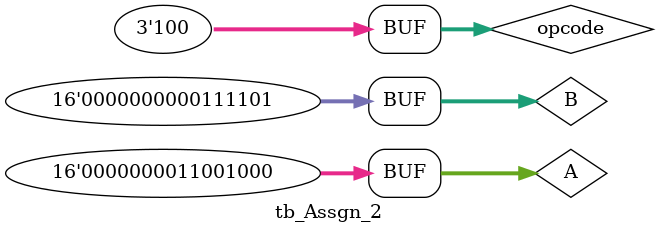
<source format=v>
module tb_Assgn_2();
  wire[15:0] Result;
  reg [15:0] A,B;
  reg [2:0] opcode;
 
  Assgn_2 DUT (Result,opcode,A,B);

  initial 
  begin
  #0A=16'd0; B=16'd0; opcode=3'b000;
  #10A=16'd1; B=16'd3; opcode=3'b010;
  #10A=16'd3; B=16'd4; opcode=3'b100;
  #10A=16'd10; B=16'd10; opcode=3'b111;
  #10A=16'd15; B=16'd1; opcode=3'b000;
  #10A=16'd20; B=16'd20; opcode=3'b110;
  #10A=16'd34; B=16'd5; opcode=3'b101;
  #10A=16'd255; B=16'd0; opcode=3'b011;
  #10A=16'd15; B=16'd1; opcode=3'b001;
  #10A=16'd200; B=16'd61; opcode=3'b100;
  end
  endmodule



</source>
